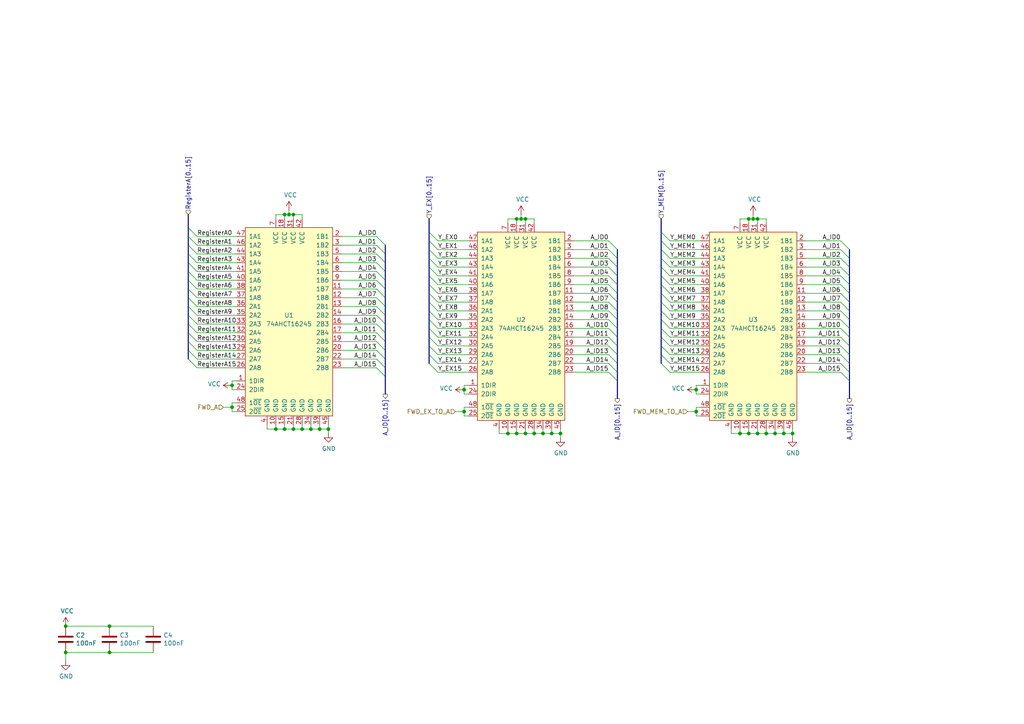
<source format=kicad_sch>
(kicad_sch (version 20250114) (generator "eeschema") (generator_version "9.0")
  (paper "A4")
  (title_block (date "2022-04-13") (rev "A"))
  (lib_symbols
    (symbol "74xx (kicad5):74AHCT16245_ab" (pin_names (offset 1.016))
      (property "Reference" "U" (at 0 1.27 0))
      (property "Value" "74AHCT16245_ab" (at 0 -1.27 0))
      (symbol "74AHCT16245_ab_0_1"
        (rectangle (start -12.7 26.67) (end 12.7 -27.94) (fill (type background)))
      )
      (symbol "74AHCT16245_ab_1_1"
        (pin input line (at -15.24 24.13 0) (length 2.54) (name "1A1") (number "47"))
        (pin input line (at -15.24 21.59 0) (length 2.54) (name "1A2") (number "46"))
        (pin input line (at -15.24 19.05 0) (length 2.54) (name "1A3") (number "44"))
        (pin input line (at -15.24 16.51 0) (length 2.54) (name "1A4") (number "43"))
        (pin input line (at -15.24 13.97 0) (length 2.54) (name "1A5") (number "41"))
        (pin input line (at -15.24 11.43 0) (length 2.54) (name "1A6") (number "40"))
        (pin input line (at -15.24 8.89 0) (length 2.54) (name "1A7") (number "38"))
        (pin input line (at -15.24 6.35 0) (length 2.54) (name "1A8") (number "37"))
        (pin input line (at -15.24 3.81 0) (length 2.54) (name "2A1") (number "36"))
        (pin input line (at -15.24 1.27 0) (length 2.54) (name "2A2") (number "35"))
        (pin input line (at -15.24 -1.27 0) (length 2.54) (name "2A3") (number "33"))
        (pin input line (at -15.24 -3.81 0) (length 2.54) (name "2A4") (number "32"))
        (pin input line (at -15.24 -6.35 0) (length 2.54) (name "2A5") (number "30"))
        (pin input line (at -15.24 -8.89 0) (length 2.54) (name "2A6") (number "29"))
        (pin input line (at -15.24 -11.43 0) (length 2.54) (name "2A7") (number "27"))
        (pin input line (at -15.24 -13.97 0) (length 2.54) (name "2A8") (number "26"))
        (pin input line (at -15.24 -17.78 0) (length 2.54) (name "1DIR") (number "1"))
        (pin input line (at -15.24 -20.32 0) (length 2.54) (name "2DIR") (number "24"))
        (pin input line (at -15.24 -24.13 0) (length 2.54) (name "1~{OE}") (number "48"))
        (pin input line (at -15.24 -26.67 0) (length 2.54) (name "2~{OE}") (number "25"))
        (pin power_in line (at -6.35 -30.48 90) (length 2.54) (name "GND") (number "4"))
        (pin power_in line (at -3.81 29.21 270) (length 2.54) (name "VCC") (number "7"))
        (pin power_in line (at -3.81 -30.48 90) (length 2.54) (name "GND") (number "10"))
        (pin power_in line (at -1.27 29.21 270) (length 2.54) (name "VCC") (number "18"))
        (pin power_in line (at -1.27 -30.48 90) (length 2.54) (name "GND") (number "15"))
        (pin power_in line (at 1.27 29.21 270) (length 2.54) (name "VCC") (number "31"))
        (pin power_in line (at 1.27 -30.48 90) (length 2.54) (name "GND") (number "21"))
        (pin power_in line (at 3.81 29.21 270) (length 2.54) (name "VCC") (number "42"))
        (pin power_in line (at 3.81 -30.48 90) (length 2.54) (name "GND") (number "28"))
        (pin power_in line (at 6.35 -30.48 90) (length 2.54) (name "GND") (number "34"))
        (pin power_in line (at 8.89 -30.48 90) (length 2.54) (name "GND") (number "39"))
        (pin power_in line (at 11.43 -30.48 90) (length 2.54) (name "GND") (number "45"))
        (pin tri_state line (at 15.24 24.13 180) (length 2.54) (name "1B1") (number "2"))
        (pin tri_state line (at 15.24 21.59 180) (length 2.54) (name "1B2") (number "3"))
        (pin tri_state line (at 15.24 19.05 180) (length 2.54) (name "1B3") (number "5"))
        (pin tri_state line (at 15.24 16.51 180) (length 2.54) (name "1B4") (number "6"))
        (pin tri_state line (at 15.24 13.97 180) (length 2.54) (name "1B5") (number "8"))
        (pin tri_state line (at 15.24 11.43 180) (length 2.54) (name "1B6") (number "9"))
        (pin tri_state line (at 15.24 8.89 180) (length 2.54) (name "1B7") (number "11"))
        (pin tri_state line (at 15.24 6.35 180) (length 2.54) (name "1B8") (number "12"))
        (pin tri_state line (at 15.24 3.81 180) (length 2.54) (name "2B1") (number "13"))
        (pin tri_state line (at 15.24 1.27 180) (length 2.54) (name "2B2") (number "14"))
        (pin tri_state line (at 15.24 -1.27 180) (length 2.54) (name "2B3") (number "16"))
        (pin tri_state line (at 15.24 -3.81 180) (length 2.54) (name "2B4") (number "17"))
        (pin tri_state line (at 15.24 -6.35 180) (length 2.54) (name "2B5") (number "19"))
        (pin tri_state line (at 15.24 -8.89 180) (length 2.54) (name "2B6") (number "20"))
        (pin tri_state line (at 15.24 -11.43 180) (length 2.54) (name "2B7") (number "22"))
        (pin tri_state line (at 15.24 -13.97 180) (length 2.54) (name "2B8") (number "23"))
      )
    )
    (symbol "Device:C" (pin_numbers (hide yes)) (pin_names (offset 0.254))
      (property "Reference" "C" (at 0.635 2.54 0))
      (property "Value" "C" (at 0.635 -2.54 0))
      (symbol "C_0_1"
        (polyline (pts (xy -2.032 0.762) (xy 2.032 0.762)) (stroke (width 0.508)))
        (polyline (pts (xy -2.032 -0.762) (xy 2.032 -0.762)) (stroke (width 0.508)))
      )
      (symbol "C_1_1"
        (pin passive line (at 0 3.81 270) (length 2.794) (name "~") (number "1"))
        (pin passive line (at 0 -3.81 90) (length 2.794) (name "~") (number "2"))
      )
    )
    (symbol "power:GND" (power) (pin_names (offset 0))
      (property "Value" "GND" (at 0 -3.81 0))
      (symbol "GND_0_1"
        (polyline (pts (xy 0 0) (xy 0 -1.27) (xy 1.27 -1.27) (xy 0 -2.54) (xy -1.27 -1.27) (xy 0 -1.27)))
      )
      (symbol "GND_1_1"
        (pin power_in line (at 0 0 270) (length 0) (hide yes) (name "GND") (number "1"))
      )
    )
    (symbol "power:VCC" (power) (pin_names (offset 0))
      (property "Value" "VCC" (at 0 3.81 0))
      (symbol "VCC_0_1"
        (polyline (pts (xy -0.762 1.27) (xy 0 2.54)))
        (polyline (pts (xy 0 2.54) (xy 0.762 1.27)))
        (polyline (pts (xy 0 0) (xy 0 2.54)))
      )
      (symbol "VCC_1_1"
        (pin power_in line (at 0 0 90) (length 0) (hide yes) (name "VCC") (number "1"))
      )
    )
  )
  (junction (at 219.71 125.73))
  (junction (at 152.4 63.5))
  (junction (at 134.62 119.38))
  (junction (at 154.94 125.73))
  (junction (at 80.01 124.46))
  (junction (at 217.17 125.73))
  (junction (at 147.32 125.73))
  (junction (at 217.17 63.5))
  (junction (at 134.62 113.03))
  (junction (at 160.02 125.73))
  (junction (at 83.82 62.23))
  (junction (at 151.13 63.5))
  (junction (at 227.33 125.73))
  (junction (at 82.55 62.23))
  (junction (at 67.31 111.76))
  (junction (at 19.05 181.61))
  (junction (at 224.79 125.73))
  (junction (at 152.4 125.73))
  (junction (at 149.86 63.5))
  (junction (at 162.56 125.73))
  (junction (at 214.63 125.73))
  (junction (at 31.75 181.61))
  (junction (at 201.93 113.03))
  (junction (at 85.09 124.46))
  (junction (at 229.87 125.73))
  (junction (at 92.71 124.46))
  (junction (at 222.25 125.73))
  (junction (at 90.17 124.46))
  (junction (at 201.93 119.38))
  (junction (at 95.25 124.46))
  (junction (at 67.31 118.11))
  (junction (at 219.71 63.5))
  (junction (at 19.05 189.23))
  (junction (at 87.63 124.46))
  (junction (at 82.55 124.46))
  (junction (at 218.44 63.5))
  (junction (at 31.75 189.23))
  (junction (at 149.86 125.73))
  (junction (at 85.09 62.23))
  (junction (at 157.48 125.73))
  (bus_entry (at 194.31 95.25) (size -2.54 -2.54))
  (bus_entry (at 176.53 77.47) (size 2.54 2.54))
  (bus_entry (at 243.84 77.47) (size 2.54 2.54))
  (bus_entry (at 54.61 73.66) (size 2.54 2.54))
  (bus_entry (at 243.84 107.95) (size 2.54 2.54))
  (bus_entry (at 54.61 86.36) (size 2.54 2.54))
  (bus_entry (at 176.53 80.01) (size 2.54 2.54))
  (bus_entry (at 109.22 106.68) (size 2.54 2.54))
  (bus_entry (at 243.84 95.25) (size 2.54 2.54))
  (bus_entry (at 109.22 93.98) (size 2.54 2.54))
  (bus_entry (at 127 85.09) (size -2.54 -2.54))
  (bus_entry (at 176.53 85.09) (size 2.54 2.54))
  (bus_entry (at 127 95.25) (size -2.54 -2.54))
  (bus_entry (at 109.22 96.52) (size 2.54 2.54))
  (bus_entry (at 194.31 107.95) (size -2.54 -2.54))
  (bus_entry (at 109.22 68.58) (size 2.54 2.54))
  (bus_entry (at 194.31 69.85) (size -2.54 -2.54))
  (bus_entry (at 243.84 97.79) (size 2.54 2.54))
  (bus_entry (at 194.31 90.17) (size -2.54 -2.54))
  (bus_entry (at 243.84 100.33) (size 2.54 2.54))
  (bus_entry (at 127 102.87) (size -2.54 -2.54))
  (bus_entry (at 127 87.63) (size -2.54 -2.54))
  (bus_entry (at 54.61 93.98) (size 2.54 2.54))
  (bus_entry (at 176.53 69.85) (size 2.54 2.54))
  (bus_entry (at 194.31 74.93) (size -2.54 -2.54))
  (bus_entry (at 243.84 74.93) (size 2.54 2.54))
  (bus_entry (at 176.53 72.39) (size 2.54 2.54))
  (bus_entry (at 109.22 91.44) (size 2.54 2.54))
  (bus_entry (at 127 90.17) (size -2.54 -2.54))
  (bus_entry (at 194.31 72.39) (size -2.54 -2.54))
  (bus_entry (at 176.53 90.17) (size 2.54 2.54))
  (bus_entry (at 127 77.47) (size -2.54 -2.54))
  (bus_entry (at 243.84 105.41) (size 2.54 2.54))
  (bus_entry (at 127 80.01) (size -2.54 -2.54))
  (bus_entry (at 54.61 91.44) (size 2.54 2.54))
  (bus_entry (at 243.84 69.85) (size 2.54 2.54))
  (bus_entry (at 176.53 100.33) (size 2.54 2.54))
  (bus_entry (at 194.31 105.41) (size -2.54 -2.54))
  (bus_entry (at 243.84 82.55) (size 2.54 2.54))
  (bus_entry (at 54.61 68.58) (size 2.54 2.54))
  (bus_entry (at 194.31 102.87) (size -2.54 -2.54))
  (bus_entry (at 109.22 76.2) (size 2.54 2.54))
  (bus_entry (at 127 92.71) (size -2.54 -2.54))
  (bus_entry (at 194.31 100.33) (size -2.54 -2.54))
  (bus_entry (at 54.61 104.14) (size 2.54 2.54))
  (bus_entry (at 243.84 90.17) (size 2.54 2.54))
  (bus_entry (at 54.61 76.2) (size 2.54 2.54))
  (bus_entry (at 127 100.33) (size -2.54 -2.54))
  (bus_entry (at 194.31 85.09) (size -2.54 -2.54))
  (bus_entry (at 54.61 83.82) (size 2.54 2.54))
  (bus_entry (at 176.53 87.63) (size 2.54 2.54))
  (bus_entry (at 127 74.93) (size -2.54 -2.54))
  (bus_entry (at 176.53 92.71) (size 2.54 2.54))
  (bus_entry (at 176.53 82.55) (size 2.54 2.54))
  (bus_entry (at 127 97.79) (size -2.54 -2.54))
  (bus_entry (at 194.31 77.47) (size -2.54 -2.54))
  (bus_entry (at 194.31 82.55) (size -2.54 -2.54))
  (bus_entry (at 109.22 78.74) (size 2.54 2.54))
  (bus_entry (at 127 105.41) (size -2.54 -2.54))
  (bus_entry (at 109.22 83.82) (size 2.54 2.54))
  (bus_entry (at 109.22 81.28) (size 2.54 2.54))
  (bus_entry (at 243.84 92.71) (size 2.54 2.54))
  (bus_entry (at 109.22 99.06) (size 2.54 2.54))
  (bus_entry (at 194.31 87.63) (size -2.54 -2.54))
  (bus_entry (at 127 69.85) (size -2.54 -2.54))
  (bus_entry (at 194.31 97.79) (size -2.54 -2.54))
  (bus_entry (at 127 107.95) (size -2.54 -2.54))
  (bus_entry (at 127 72.39) (size -2.54 -2.54))
  (bus_entry (at 176.53 105.41) (size 2.54 2.54))
  (bus_entry (at 54.61 66.04) (size 2.54 2.54))
  (bus_entry (at 54.61 101.6) (size 2.54 2.54))
  (bus_entry (at 176.53 97.79) (size 2.54 2.54))
  (bus_entry (at 176.53 102.87) (size 2.54 2.54))
  (bus_entry (at 109.22 71.12) (size 2.54 2.54))
  (bus_entry (at 109.22 101.6) (size 2.54 2.54))
  (bus_entry (at 54.61 96.52) (size 2.54 2.54))
  (bus_entry (at 194.31 92.71) (size -2.54 -2.54))
  (bus_entry (at 54.61 88.9) (size 2.54 2.54))
  (bus_entry (at 243.84 80.01) (size 2.54 2.54))
  (bus_entry (at 194.31 80.01) (size -2.54 -2.54))
  (bus_entry (at 109.22 88.9) (size 2.54 2.54))
  (bus_entry (at 176.53 107.95) (size 2.54 2.54))
  (bus_entry (at 243.84 72.39) (size 2.54 2.54))
  (bus_entry (at 243.84 85.09) (size 2.54 2.54))
  (bus_entry (at 54.61 81.28) (size 2.54 2.54))
  (bus_entry (at 243.84 87.63) (size 2.54 2.54))
  (bus_entry (at 243.84 102.87) (size 2.54 2.54))
  (bus_entry (at 176.53 74.93) (size 2.54 2.54))
  (bus_entry (at 54.61 78.74) (size 2.54 2.54))
  (bus_entry (at 127 82.55) (size -2.54 -2.54))
  (bus_entry (at 109.22 86.36) (size 2.54 2.54))
  (bus_entry (at 54.61 99.06) (size 2.54 2.54))
  (bus_entry (at 176.53 95.25) (size 2.54 2.54))
  (bus_entry (at 109.22 73.66) (size 2.54 2.54))
  (bus_entry (at 109.22 104.14) (size 2.54 2.54))
  (bus_entry (at 54.61 71.12) (size 2.54 2.54))
  (wire (pts (xy 77.47 124.46) (xy 80.01 124.46)))
  (wire (pts (xy 67.31 118.11) (xy 64.77 118.11)))
  (wire (pts (xy 87.63 62.23) (xy 87.63 63.5)))
  (wire (pts (xy 80.01 123.19) (xy 80.01 124.46)))
  (wire (pts (xy 224.79 125.73) (xy 227.33 125.73)))
  (wire (pts (xy 176.53 95.25) (xy 166.37 95.25)))
  (bus (pts (xy 124.46 85.09) (xy 124.46 87.63)))
  (wire (pts (xy 218.44 62.23) (xy 218.44 63.5)))
  (bus (pts (xy 246.38 95.25) (xy 246.38 97.79)))
  (bus (pts (xy 179.07 72.39) (xy 179.07 74.93)))
  (wire (pts (xy 243.84 95.25) (xy 233.68 95.25)))
  (wire (pts (xy 212.09 124.46) (xy 212.09 125.73)))
  (wire (pts (xy 194.31 100.33) (xy 203.2 100.33)))
  (wire (pts (xy 57.15 83.82) (xy 68.58 83.82)))
  (bus (pts (xy 191.77 85.09) (xy 191.77 87.63)))
  (wire (pts (xy 57.15 68.58) (xy 68.58 68.58)))
  (wire (pts (xy 109.22 101.6) (xy 99.06 101.6)))
  (wire (pts (xy 57.15 73.66) (xy 68.58 73.66)))
  (bus (pts (xy 54.61 88.9) (xy 54.61 91.44)))
  (bus (pts (xy 191.77 95.25) (xy 191.77 97.79)))
  (wire (pts (xy 109.22 86.36) (xy 99.06 86.36)))
  (wire (pts (xy 127 97.79) (xy 135.89 97.79)))
  (wire (pts (xy 214.63 63.5) (xy 217.17 63.5)))
  (bus (pts (xy 54.61 68.58) (xy 54.61 71.12)))
  (wire (pts (xy 80.01 62.23) (xy 82.55 62.23)))
  (wire (pts (xy 92.71 124.46) (xy 92.71 123.19)))
  (wire (pts (xy 57.15 88.9) (xy 68.58 88.9)))
  (bus (pts (xy 179.07 85.09) (xy 179.07 87.63)))
  (bus (pts (xy 54.61 86.36) (xy 54.61 88.9)))
  (wire (pts (xy 151.13 62.23) (xy 151.13 63.5)))
  (wire (pts (xy 201.93 118.11) (xy 201.93 119.38)))
  (wire (pts (xy 147.32 64.77) (xy 147.32 63.5)))
  (bus (pts (xy 246.38 105.41) (xy 246.38 107.95)))
  (wire (pts (xy 82.55 62.23) (xy 83.82 62.23)))
  (wire (pts (xy 201.93 113.03) (xy 201.93 114.3)))
  (wire (pts (xy 80.01 63.5) (xy 80.01 62.23)))
  (wire (pts (xy 85.09 124.46) (xy 85.09 123.19)))
  (wire (pts (xy 67.31 110.49) (xy 67.31 111.76)))
  (wire (pts (xy 134.62 119.38) (xy 134.62 120.65)))
  (wire (pts (xy 67.31 111.76) (xy 67.31 113.03)))
  (bus (pts (xy 124.46 67.31) (xy 124.46 69.85)))
  (wire (pts (xy 83.82 60.96) (xy 83.82 62.23)))
  (wire (pts (xy 151.13 63.5) (xy 152.4 63.5)))
  (bus (pts (xy 246.38 102.87) (xy 246.38 105.41)))
  (wire (pts (xy 217.17 125.73) (xy 219.71 125.73)))
  (bus (pts (xy 111.76 76.2) (xy 111.76 78.74)))
  (wire (pts (xy 214.63 124.46) (xy 214.63 125.73)))
  (wire (pts (xy 19.05 191.77) (xy 19.05 189.23)))
  (wire (pts (xy 80.01 124.46) (xy 82.55 124.46)))
  (bus (pts (xy 124.46 92.71) (xy 124.46 95.25)))
  (bus (pts (xy 191.77 102.87) (xy 191.77 105.41)))
  (bus (pts (xy 179.07 105.41) (xy 179.07 107.95)))
  (wire (pts (xy 134.62 118.11) (xy 134.62 119.38)))
  (wire (pts (xy 176.53 82.55) (xy 166.37 82.55)))
  (bus (pts (xy 191.77 100.33) (xy 191.77 102.87)))
  (bus (pts (xy 124.46 102.87) (xy 124.46 105.41)))
  (wire (pts (xy 109.22 104.14) (xy 99.06 104.14)))
  (wire (pts (xy 90.17 124.46) (xy 87.63 124.46)))
  (wire (pts (xy 224.79 125.73) (xy 222.25 125.73)))
  (wire (pts (xy 154.94 63.5) (xy 154.94 64.77)))
  (bus (pts (xy 111.76 96.52) (xy 111.76 99.06)))
  (wire (pts (xy 222.25 63.5) (xy 222.25 64.77)))
  (wire (pts (xy 243.84 74.93) (xy 233.68 74.93)))
  (bus (pts (xy 179.07 82.55) (xy 179.07 85.09)))
  (wire (pts (xy 109.22 99.06) (xy 99.06 99.06)))
  (wire (pts (xy 57.15 91.44) (xy 68.58 91.44)))
  (wire (pts (xy 109.22 71.12) (xy 99.06 71.12)))
  (bus (pts (xy 246.38 80.01) (xy 246.38 82.55)))
  (wire (pts (xy 90.17 124.46) (xy 90.17 123.19)))
  (bus (pts (xy 124.46 63.5) (xy 124.46 67.31)))
  (bus (pts (xy 54.61 99.06) (xy 54.61 101.6)))
  (wire (pts (xy 92.71 124.46) (xy 95.25 124.46)))
  (wire (pts (xy 243.84 102.87) (xy 233.68 102.87)))
  (wire (pts (xy 243.84 92.71) (xy 233.68 92.71)))
  (wire (pts (xy 134.62 111.76) (xy 134.62 113.03)))
  (wire (pts (xy 194.31 69.85) (xy 203.2 69.85)))
  (bus (pts (xy 191.77 97.79) (xy 191.77 100.33)))
  (bus (pts (xy 246.38 92.71) (xy 246.38 95.25)))
  (wire (pts (xy 176.53 90.17) (xy 166.37 90.17)))
  (bus (pts (xy 179.07 102.87) (xy 179.07 105.41)))
  (bus (pts (xy 246.38 85.09) (xy 246.38 87.63)))
  (wire (pts (xy 109.22 83.82) (xy 99.06 83.82)))
  (wire (pts (xy 87.63 124.46) (xy 85.09 124.46)))
  (bus (pts (xy 111.76 106.68) (xy 111.76 109.22)))
  (bus (pts (xy 111.76 73.66) (xy 111.76 76.2)))
  (wire (pts (xy 176.53 77.47) (xy 166.37 77.47)))
  (wire (pts (xy 201.93 111.76) (xy 201.93 113.03)))
  (wire (pts (xy 134.62 120.65) (xy 135.89 120.65)))
  (wire (pts (xy 85.09 62.23) (xy 87.63 62.23)))
  (wire (pts (xy 176.53 107.95) (xy 166.37 107.95)))
  (wire (pts (xy 194.31 90.17) (xy 203.2 90.17)))
  (wire (pts (xy 201.93 119.38) (xy 201.93 120.65)))
  (wire (pts (xy 147.32 63.5) (xy 149.86 63.5)))
  (wire (pts (xy 134.62 119.38) (xy 132.08 119.38)))
  (wire (pts (xy 149.86 124.46) (xy 149.86 125.73)))
  (wire (pts (xy 44.45 189.23) (xy 31.75 189.23)))
  (wire (pts (xy 77.47 123.19) (xy 77.47 124.46)))
  (wire (pts (xy 222.25 125.73) (xy 219.71 125.73)))
  (wire (pts (xy 229.87 125.73) (xy 229.87 124.46)))
  (bus (pts (xy 111.76 71.12) (xy 111.76 73.66)))
  (wire (pts (xy 219.71 64.77) (xy 219.71 63.5)))
  (bus (pts (xy 124.46 87.63) (xy 124.46 90.17)))
  (wire (pts (xy 152.4 63.5) (xy 154.94 63.5)))
  (wire (pts (xy 243.84 107.95) (xy 233.68 107.95)))
  (bus (pts (xy 246.38 72.39) (xy 246.38 74.93)))
  (wire (pts (xy 243.84 85.09) (xy 233.68 85.09)))
  (bus (pts (xy 111.76 99.06) (xy 111.76 101.6)))
  (bus (pts (xy 54.61 62.23) (xy 54.61 66.04)))
  (bus (pts (xy 179.07 87.63) (xy 179.07 90.17)))
  (wire (pts (xy 243.84 105.41) (xy 233.68 105.41)))
  (wire (pts (xy 157.48 125.73) (xy 154.94 125.73)))
  (wire (pts (xy 176.53 97.79) (xy 166.37 97.79)))
  (wire (pts (xy 154.94 125.73) (xy 152.4 125.73)))
  (wire (pts (xy 194.31 72.39) (xy 203.2 72.39)))
  (wire (pts (xy 127 72.39) (xy 135.89 72.39)))
  (bus (pts (xy 111.76 91.44) (xy 111.76 93.98)))
  (wire (pts (xy 219.71 63.5) (xy 222.25 63.5)))
  (bus (pts (xy 54.61 91.44) (xy 54.61 93.98)))
  (bus (pts (xy 124.46 82.55) (xy 124.46 85.09)))
  (wire (pts (xy 154.94 125.73) (xy 154.94 124.46)))
  (wire (pts (xy 176.53 105.41) (xy 166.37 105.41)))
  (wire (pts (xy 160.02 125.73) (xy 160.02 124.46)))
  (bus (pts (xy 54.61 71.12) (xy 54.61 73.66)))
  (bus (pts (xy 111.76 81.28) (xy 111.76 83.82)))
  (bus (pts (xy 111.76 88.9) (xy 111.76 91.44)))
  (wire (pts (xy 57.15 96.52) (xy 68.58 96.52)))
  (wire (pts (xy 194.31 80.01) (xy 203.2 80.01)))
  (bus (pts (xy 246.38 82.55) (xy 246.38 85.09)))
  (bus (pts (xy 246.38 110.49) (xy 246.38 115.57)))
  (bus (pts (xy 179.07 77.47) (xy 179.07 80.01)))
  (wire (pts (xy 90.17 124.46) (xy 92.71 124.46)))
  (wire (pts (xy 127 80.01) (xy 135.89 80.01)))
  (wire (pts (xy 67.31 116.84) (xy 67.31 118.11)))
  (bus (pts (xy 246.38 90.17) (xy 246.38 92.71)))
  (wire (pts (xy 219.71 125.73) (xy 219.71 124.46)))
  (wire (pts (xy 147.32 124.46) (xy 147.32 125.73)))
  (bus (pts (xy 246.38 97.79) (xy 246.38 100.33)))
  (wire (pts (xy 127 90.17) (xy 135.89 90.17)))
  (wire (pts (xy 135.89 118.11) (xy 134.62 118.11)))
  (bus (pts (xy 111.76 104.14) (xy 111.76 106.68)))
  (wire (pts (xy 227.33 125.73) (xy 229.87 125.73)))
  (wire (pts (xy 194.31 102.87) (xy 203.2 102.87)))
  (wire (pts (xy 147.32 125.73) (xy 149.86 125.73)))
  (wire (pts (xy 31.75 189.23) (xy 19.05 189.23)))
  (wire (pts (xy 67.31 113.03) (xy 68.58 113.03)))
  (wire (pts (xy 243.84 90.17) (xy 233.68 90.17)))
  (wire (pts (xy 127 92.71) (xy 135.89 92.71)))
  (bus (pts (xy 191.77 77.47) (xy 191.77 80.01)))
  (wire (pts (xy 67.31 119.38) (xy 68.58 119.38)))
  (wire (pts (xy 127 82.55) (xy 135.89 82.55)))
  (wire (pts (xy 149.86 125.73) (xy 152.4 125.73)))
  (wire (pts (xy 95.25 125.73) (xy 95.25 124.46)))
  (wire (pts (xy 109.22 76.2) (xy 99.06 76.2)))
  (bus (pts (xy 179.07 74.93) (xy 179.07 77.47)))
  (wire (pts (xy 176.53 80.01) (xy 166.37 80.01)))
  (bus (pts (xy 191.77 67.31) (xy 191.77 69.85)))
  (wire (pts (xy 243.84 97.79) (xy 233.68 97.79)))
  (wire (pts (xy 217.17 124.46) (xy 217.17 125.73)))
  (wire (pts (xy 109.22 88.9) (xy 99.06 88.9)))
  (wire (pts (xy 82.55 124.46) (xy 85.09 124.46)))
  (wire (pts (xy 176.53 69.85) (xy 166.37 69.85)))
  (bus (pts (xy 124.46 80.01) (xy 124.46 82.55)))
  (wire (pts (xy 157.48 125.73) (xy 160.02 125.73)))
  (wire (pts (xy 144.78 125.73) (xy 147.32 125.73)))
  (bus (pts (xy 179.07 100.33) (xy 179.07 102.87)))
  (wire (pts (xy 160.02 125.73) (xy 162.56 125.73)))
  (wire (pts (xy 194.31 92.71) (xy 203.2 92.71)))
  (wire (pts (xy 127 107.95) (xy 135.89 107.95)))
  (bus (pts (xy 111.76 109.22) (xy 111.76 114.3)))
  (wire (pts (xy 68.58 110.49) (xy 67.31 110.49)))
  (wire (pts (xy 57.15 81.28) (xy 68.58 81.28)))
  (bus (pts (xy 54.61 83.82) (xy 54.61 86.36)))
  (wire (pts (xy 212.09 125.73) (xy 214.63 125.73)))
  (bus (pts (xy 54.61 101.6) (xy 54.61 104.14)))
  (wire (pts (xy 227.33 125.73) (xy 227.33 124.46)))
  (wire (pts (xy 68.58 116.84) (xy 67.31 116.84)))
  (wire (pts (xy 95.25 124.46) (xy 95.25 123.19)))
  (bus (pts (xy 124.46 77.47) (xy 124.46 80.01)))
  (bus (pts (xy 246.38 74.93) (xy 246.38 77.47)))
  (wire (pts (xy 218.44 63.5) (xy 219.71 63.5)))
  (wire (pts (xy 109.22 68.58) (xy 99.06 68.58)))
  (bus (pts (xy 179.07 110.49) (xy 179.07 115.57)))
  (wire (pts (xy 162.56 127) (xy 162.56 125.73)))
  (bus (pts (xy 191.77 82.55) (xy 191.77 85.09)))
  (bus (pts (xy 246.38 77.47) (xy 246.38 80.01)))
  (wire (pts (xy 194.31 107.95) (xy 203.2 107.95)))
  (wire (pts (xy 224.79 125.73) (xy 224.79 124.46)))
  (wire (pts (xy 85.09 63.5) (xy 85.09 62.23)))
  (wire (pts (xy 19.05 181.61) (xy 31.75 181.61)))
  (wire (pts (xy 229.87 127) (xy 229.87 125.73)))
  (wire (pts (xy 134.62 113.03) (xy 134.62 114.3)))
  (wire (pts (xy 57.15 76.2) (xy 68.58 76.2)))
  (wire (pts (xy 127 87.63) (xy 135.89 87.63)))
  (wire (pts (xy 176.53 74.93) (xy 166.37 74.93)))
  (wire (pts (xy 57.15 78.74) (xy 68.58 78.74)))
  (wire (pts (xy 176.53 87.63) (xy 166.37 87.63)))
  (wire (pts (xy 82.55 123.19) (xy 82.55 124.46)))
  (bus (pts (xy 111.76 83.82) (xy 111.76 86.36)))
  (wire (pts (xy 127 95.25) (xy 135.89 95.25)))
  (bus (pts (xy 191.77 90.17) (xy 191.77 92.71)))
  (wire (pts (xy 243.84 100.33) (xy 233.68 100.33)))
  (wire (pts (xy 243.84 82.55) (xy 233.68 82.55)))
  (wire (pts (xy 203.2 111.76) (xy 201.93 111.76)))
  (wire (pts (xy 194.31 85.09) (xy 203.2 85.09)))
  (wire (pts (xy 214.63 125.73) (xy 217.17 125.73)))
  (bus (pts (xy 191.77 63.5) (xy 191.77 67.31)))
  (bus (pts (xy 179.07 107.95) (xy 179.07 110.49)))
  (bus (pts (xy 191.77 72.39) (xy 191.77 74.93)))
  (wire (pts (xy 194.31 87.63) (xy 203.2 87.63)))
  (wire (pts (xy 135.89 111.76) (xy 134.62 111.76)))
  (bus (pts (xy 124.46 97.79) (xy 124.46 100.33)))
  (bus (pts (xy 54.61 93.98) (xy 54.61 96.52)))
  (bus (pts (xy 111.76 101.6) (xy 111.76 104.14)))
  (wire (pts (xy 31.75 181.61) (xy 44.45 181.61)))
  (wire (pts (xy 127 74.93) (xy 135.89 74.93)))
  (wire (pts (xy 109.22 81.28) (xy 99.06 81.28)))
  (bus (pts (xy 124.46 95.25) (xy 124.46 97.79)))
  (wire (pts (xy 67.31 118.11) (xy 67.31 119.38)))
  (bus (pts (xy 179.07 90.17) (xy 179.07 92.71)))
  (bus (pts (xy 124.46 90.17) (xy 124.46 92.71)))
  (wire (pts (xy 134.62 114.3) (xy 135.89 114.3)))
  (wire (pts (xy 214.63 64.77) (xy 214.63 63.5)))
  (wire (pts (xy 201.93 119.38) (xy 199.39 119.38)))
  (wire (pts (xy 176.53 100.33) (xy 166.37 100.33)))
  (bus (pts (xy 111.76 93.98) (xy 111.76 96.52)))
  (bus (pts (xy 191.77 92.71) (xy 191.77 95.25)))
  (wire (pts (xy 109.22 78.74) (xy 99.06 78.74)))
  (bus (pts (xy 124.46 74.93) (xy 124.46 77.47)))
  (wire (pts (xy 82.55 63.5) (xy 82.55 62.23)))
  (wire (pts (xy 109.22 93.98) (xy 99.06 93.98)))
  (wire (pts (xy 109.22 106.68) (xy 99.06 106.68)))
  (bus (pts (xy 54.61 73.66) (xy 54.61 76.2)))
  (wire (pts (xy 127 102.87) (xy 135.89 102.87)))
  (bus (pts (xy 191.77 69.85) (xy 191.77 72.39)))
  (wire (pts (xy 203.2 118.11) (xy 201.93 118.11)))
  (wire (pts (xy 57.15 101.6) (xy 68.58 101.6)))
  (wire (pts (xy 194.31 77.47) (xy 203.2 77.47)))
  (wire (pts (xy 149.86 63.5) (xy 151.13 63.5)))
  (wire (pts (xy 194.31 97.79) (xy 203.2 97.79)))
  (bus (pts (xy 54.61 66.04) (xy 54.61 68.58)))
  (bus (pts (xy 179.07 80.01) (xy 179.07 82.55)))
  (wire (pts (xy 57.15 71.12) (xy 68.58 71.12)))
  (wire (pts (xy 57.15 106.68) (xy 68.58 106.68)))
  (bus (pts (xy 191.77 80.01) (xy 191.77 82.55)))
  (wire (pts (xy 162.56 125.73) (xy 162.56 124.46)))
  (wire (pts (xy 194.31 82.55) (xy 203.2 82.55)))
  (bus (pts (xy 54.61 76.2) (xy 54.61 78.74)))
  (wire (pts (xy 176.53 85.09) (xy 166.37 85.09)))
  (wire (pts (xy 144.78 124.46) (xy 144.78 125.73)))
  (bus (pts (xy 179.07 92.71) (xy 179.07 95.25)))
  (wire (pts (xy 152.4 64.77) (xy 152.4 63.5)))
  (wire (pts (xy 127 77.47) (xy 135.89 77.47)))
  (wire (pts (xy 57.15 86.36) (xy 68.58 86.36)))
  (wire (pts (xy 127 85.09) (xy 135.89 85.09)))
  (wire (pts (xy 176.53 102.87) (xy 166.37 102.87)))
  (bus (pts (xy 54.61 96.52) (xy 54.61 99.06)))
  (bus (pts (xy 246.38 107.95) (xy 246.38 110.49)))
  (wire (pts (xy 243.84 80.01) (xy 233.68 80.01)))
  (wire (pts (xy 176.53 72.39) (xy 166.37 72.39)))
  (wire (pts (xy 157.48 125.73) (xy 157.48 124.46)))
  (wire (pts (xy 83.82 62.23) (xy 85.09 62.23)))
  (wire (pts (xy 127 100.33) (xy 135.89 100.33)))
  (bus (pts (xy 191.77 87.63) (xy 191.77 90.17)))
  (wire (pts (xy 217.17 64.77) (xy 217.17 63.5)))
  (wire (pts (xy 201.93 120.65) (xy 203.2 120.65)))
  (wire (pts (xy 217.17 63.5) (xy 218.44 63.5)))
  (wire (pts (xy 243.84 77.47) (xy 233.68 77.47)))
  (bus (pts (xy 191.77 74.93) (xy 191.77 77.47)))
  (wire (pts (xy 194.31 74.93) (xy 203.2 74.93)))
  (bus (pts (xy 54.61 81.28) (xy 54.61 83.82)))
  (wire (pts (xy 109.22 73.66) (xy 99.06 73.66)))
  (wire (pts (xy 243.84 72.39) (xy 233.68 72.39)))
  (wire (pts (xy 222.25 125.73) (xy 222.25 124.46)))
  (wire (pts (xy 176.53 92.71) (xy 166.37 92.71)))
  (bus (pts (xy 111.76 78.74) (xy 111.76 81.28)))
  (wire (pts (xy 194.31 105.41) (xy 203.2 105.41)))
  (wire (pts (xy 194.31 95.25) (xy 203.2 95.25)))
  (wire (pts (xy 109.22 96.52) (xy 99.06 96.52)))
  (wire (pts (xy 127 105.41) (xy 135.89 105.41)))
  (wire (pts (xy 87.63 124.46) (xy 87.63 123.19)))
  (wire (pts (xy 243.84 69.85) (xy 233.68 69.85)))
  (wire (pts (xy 57.15 104.14) (xy 68.58 104.14)))
  (wire (pts (xy 57.15 99.06) (xy 68.58 99.06)))
  (bus (pts (xy 246.38 100.33) (xy 246.38 102.87)))
  (bus (pts (xy 124.46 100.33) (xy 124.46 102.87)))
  (bus (pts (xy 179.07 97.79) (xy 179.07 100.33)))
  (wire (pts (xy 127 69.85) (xy 135.89 69.85)))
  (wire (pts (xy 149.86 64.77) (xy 149.86 63.5)))
  (bus (pts (xy 54.61 78.74) (xy 54.61 81.28)))
  (wire (pts (xy 201.93 114.3) (xy 203.2 114.3)))
  (bus (pts (xy 246.38 87.63) (xy 246.38 90.17)))
  (wire (pts (xy 57.15 93.98) (xy 68.58 93.98)))
  (bus (pts (xy 111.76 86.36) (xy 111.76 88.9)))
  (wire (pts (xy 109.22 91.44) (xy 99.06 91.44)))
  (wire (pts (xy 243.84 87.63) (xy 233.68 87.63)))
  (wire (pts (xy 152.4 125.73) (xy 152.4 124.46)))
  (bus (pts (xy 124.46 72.39) (xy 124.46 74.93)))
  (bus (pts (xy 179.07 95.25) (xy 179.07 97.79)))
  (bus (pts (xy 124.46 69.85) (xy 124.46 72.39)))
  (label "RegisterA4" (at 57.15 78.74 0))
  (label "RegisterA3" (at 57.15 76.2 0))
  (label "RegisterA5" (at 57.15 81.28 0))
  (label "A_ID10" (at 176.53 95.25 180))
  (label "A_ID0" (at 176.53 69.85 180))
  (label "A_ID8" (at 176.53 90.17 180))
  (label "A_ID13" (at 243.84 102.87 180))
  (label "Y_MEM13" (at 194.31 102.87 0))
  (label "RegisterA8" (at 57.15 88.9 0))
  (label "Y_EX8" (at 127 90.17 0))
  (label "A_ID3" (at 176.53 77.47 180))
  (label "Y_MEM11" (at 194.31 97.79 0))
  (label "A_ID15" (at 109.22 106.68 180))
  (label "A_ID10" (at 243.84 95.25 180))
  (label "Y_MEM1" (at 194.31 72.39 0))
  (label "A_ID15" (at 176.53 107.95 180))
  (label "Y_MEM14" (at 194.31 105.41 0))
  (label "A_ID14" (at 243.84 105.41 180))
  (label "A_ID9" (at 109.22 91.44 180))
  (label "A_ID6" (at 109.22 83.82 180))
  (label "A_ID6" (at 176.53 85.09 180))
  (label "RegisterA0" (at 57.15 68.58 0))
  (label "A_ID9" (at 243.84 92.71 180))
  (label "RegisterA11" (at 57.15 96.52 0))
  (label "Y_EX10" (at 127 95.25 0))
  (label "Y_EX0" (at 127 69.85 0))
  (label "A_ID4" (at 243.84 80.01 180))
  (label "Y_EX4" (at 127 80.01 0))
  (label "Y_MEM4" (at 194.31 80.01 0))
  (label "Y_EX12" (at 127 100.33 0))
  (label "Y_EX5" (at 127 82.55 0))
  (label "A_ID1" (at 243.84 72.39 180))
  (label "A_ID3" (at 109.22 76.2 180))
  (label "A_ID12" (at 109.22 99.06 180))
  (label "A_ID2" (at 243.84 74.93 180))
  (label "A_ID13" (at 176.53 102.87 180))
  (label "A_ID1" (at 176.53 72.39 180))
  (label "Y_MEM8" (at 194.31 90.17 0))
  (label "Y_EX15" (at 127 107.95 0))
  (label "Y_EX11" (at 127 97.79 0))
  (label "A_ID7" (at 109.22 86.36 180))
  (label "A_ID2" (at 109.22 73.66 180))
  (label "Y_EX7" (at 127 87.63 0))
  (label "A_ID7" (at 243.84 87.63 180))
  (label "RegisterA7" (at 57.15 86.36 0))
  (label "Y_MEM7" (at 194.31 87.63 0))
  (label "Y_MEM9" (at 194.31 92.71 0))
  (label "Y_MEM15" (at 194.31 107.95 0))
  (label "A_ID1" (at 109.22 71.12 180))
  (label "RegisterA15" (at 57.15 106.68 0))
  (label "A_ID5" (at 243.84 82.55 180))
  (label "RegisterA6" (at 57.15 83.82 0))
  (label "A_ID6" (at 243.84 85.09 180))
  (label "RegisterA9" (at 57.15 91.44 0))
  (label "Y_EX1" (at 127 72.39 0))
  (label "Y_MEM2" (at 194.31 74.93 0))
  (label "A_ID13" (at 109.22 101.6 180))
  (label "A_ID11" (at 243.84 97.79 180))
  (label "Y_EX14" (at 127 105.41 0))
  (label "Y_EX9" (at 127 92.71 0))
  (label "A_ID5" (at 109.22 81.28 180))
  (label "Y_MEM0" (at 194.31 69.85 0))
  (label "A_ID0" (at 109.22 68.58 180))
  (label "Y_MEM6" (at 194.31 85.09 0))
  (label "A_ID0" (at 243.84 69.85 180))
  (label "Y_MEM12" (at 194.31 100.33 0))
  (label "RegisterA10" (at 57.15 93.98 0))
  (label "A_ID10" (at 109.22 93.98 180))
  (label "RegisterA2" (at 57.15 73.66 0))
  (label "A_ID4" (at 109.22 78.74 180))
  (label "RegisterA12" (at 57.15 99.06 0))
  (label "A_ID11" (at 176.53 97.79 180))
  (label "A_ID9" (at 176.53 92.71 180))
  (label "A_ID15" (at 243.84 107.95 180))
  (label "Y_MEM3" (at 194.31 77.47 0))
  (label "Y_EX13" (at 127 102.87 0))
  (label "Y_MEM5" (at 194.31 82.55 0))
  (label "Y_EX3" (at 127 77.47 0))
  (label "A_ID4" (at 176.53 80.01 180))
  (label "RegisterA1" (at 57.15 71.12 0))
  (label "Y_MEM10" (at 194.31 95.25 0))
  (label "A_ID11" (at 109.22 96.52 180))
  (label "A_ID12" (at 176.53 100.33 180))
  (label "RegisterA14" (at 57.15 104.14 0))
  (label "A_ID8" (at 243.84 90.17 180))
  (label "A_ID12" (at 243.84 100.33 180))
  (label "A_ID8" (at 109.22 88.9 180))
  (label "A_ID3" (at 243.84 77.47 180))
  (label "A_ID7" (at 176.53 87.63 180))
  (label "A_ID14" (at 109.22 104.14 180))
  (label "A_ID5" (at 176.53 82.55 180))
  (label "Y_EX6" (at 127 85.09 0))
  (label "Y_EX2" (at 127 74.93 0))
  (label "A_ID2" (at 176.53 74.93 180))
  (label "A_ID14" (at 176.53 105.41 180))
  (label "RegisterA13" (at 57.15 101.6 0))
  (hierarchical_label "RegisterA[0..15]" (shape input) (at 54.61 62.23 90))
  (hierarchical_label "Y_EX[0..15]" (shape input) (at 124.46 63.5 90))
  (hierarchical_label "FWD_EX_TO_A" (shape input) (at 132.08 119.38 180))
  (hierarchical_label "FWD_MEM_TO_A" (shape input) (at 199.39 119.38 180))
  (hierarchical_label "A_ID[0..15]" (shape output) (at 246.38 115.57 270))
  (hierarchical_label "A_ID[0..15]" (shape output) (at 111.76 114.3 270))
  (hierarchical_label "Y_MEM[0..15]" (shape input) (at 191.77 63.5 90))
  (hierarchical_label "FWD_A" (shape input) (at 64.77 118.11 180))
  (hierarchical_label "A_ID[0..15]" (shape output) (at 179.07 115.57 270))
  (symbol (lib_id "Device:C") (at 19.05 185.42 0) (unit 1)
    (property "Reference" "C2" (at 21.971 184.2516 0) (effects (justify left)))
    (property "Value" "100nF" (at 21.971 186.563 0) (effects (justify left)))
    (property "Footprint" "Capacitor_SMD:C_0603_1608Metric_Pad1.08x0.95mm_HandSolder" (effects (hide yes)))
    (property "Mouser" "https://www.mouser.com/ProductDetail/963-EMK107B7104KAHT" (effects (hide yes)))
  )
  (symbol (lib_id "power:VCC") (at 67.31 111.76 90) (unit 1)
    (property "Reference" "#PWR09" (effects (hide yes)))
    (property "Value" "VCC" (at 64.0842 111.379 90) (effects (justify left)))
  )
  (symbol (lib_id "power:GND") (at 229.87 127 0) (unit 1)
    (property "Reference" "#PWR017" (effects (hide yes)))
    (property "Value" "GND" (at 229.997 131.3942 0))
  )
  (symbol (lib_id "power:VCC") (at 218.44 62.23 0) (unit 1)
    (property "Reference" "#PWR016" (effects (hide yes)))
    (property "Value" "VCC" (at 218.8718 57.8358 0))
  )
  (symbol (lib_id "Device:C") (at 31.75 185.42 0) (unit 1)
    (property "Reference" "C3" (at 34.671 184.2516 0) (effects (justify left)))
    (property "Value" "100nF" (at 34.671 186.563 0) (effects (justify left)))
    (property "Footprint" "Capacitor_SMD:C_0603_1608Metric_Pad1.08x0.95mm_HandSolder" (effects (hide yes)))
    (property "Mouser" "https://www.mouser.com/ProductDetail/963-EMK107B7104KAHT" (effects (hide yes)))
  )
  (symbol (lib_id "power:VCC") (at 19.05 181.61 0) (unit 1)
    (property "Reference" "#PWR07" (effects (hide yes)))
    (property "Value" "VCC" (at 19.4818 177.2158 0))
  )
  (symbol (lib_id "power:GND") (at 19.05 191.77 0) (unit 1)
    (property "Reference" "#PWR08" (effects (hide yes)))
    (property "Value" "GND" (at 19.177 196.1642 0))
  )
  (symbol (lib_id "Device:C") (at 44.45 185.42 0) (unit 1)
    (property "Reference" "C4" (at 47.371 184.2516 0) (effects (justify left)))
    (property "Value" "100nF" (at 47.371 186.563 0) (effects (justify left)))
    (property "Footprint" "Capacitor_SMD:C_0603_1608Metric_Pad1.08x0.95mm_HandSolder" (effects (hide yes)))
    (property "Mouser" "https://www.mouser.com/ProductDetail/963-EMK107B7104KAHT" (effects (hide yes)))
  )
  (symbol (lib_id "power:VCC") (at 83.82 60.96 0) (unit 1)
    (property "Reference" "#PWR010" (effects (hide yes)))
    (property "Value" "VCC" (at 84.2518 56.5658 0))
  )
  (symbol (lib_id "power:GND") (at 95.25 125.73 0) (unit 1)
    (property "Reference" "#PWR011" (effects (hide yes)))
    (property "Value" "GND" (at 95.377 130.1242 0))
  )
  (symbol (lib_id "74xx (kicad5):74AHCT16245_ab") (at 83.82 92.71 0) (unit 1)
    (property "Reference" "U1" (at 83.82 91.44 0))
    (property "Value" "74AHCT16245" (at 83.82 93.98 0))
    (property "Footprint" "Package_SO:TSSOP-48_6.1x12.5mm_P0.5mm" (effects (hide yes)))
    (property "Datasheet" "https://www.ti.com/lit/ds/symlink/sn74ahct16245.pdf?HQS=dis-mous-null-mousermode-dsf-pf-null-wwe&ts=1617319205092" (effects (hide yes)))
    (property "Mouser" "https://www.mouser.com/ProductDetail/Texas-Instruments/74AHCT16245DLRG4?qs=%2Fha2pyFaduixTLlQ%252B3rIFW8KDPMe6E5CxoQ2Fc519Y9S5BWJ%252B%2FVWeIYQshP1VtN3&utm_source=octopart&utm_medium=aggregator&utm_campaign=595-74AHCT16245DLRG4&utm_content=Texas%20Instruments" (effects (hide yes)))
  )
  (symbol (lib_id "74xx (kicad5):74AHCT16245_ab") (at 151.13 93.98 0) (unit 1)
    (property "Reference" "U2" (at 151.13 92.71 0))
    (property "Value" "74AHCT16245" (at 151.13 95.25 0))
    (property "Footprint" "Package_SO:TSSOP-48_6.1x12.5mm_P0.5mm" (effects (hide yes)))
    (property "Datasheet" "https://www.ti.com/lit/ds/symlink/sn74ahct16245.pdf?HQS=dis-mous-null-mousermode-dsf-pf-null-wwe&ts=1617319205092" (effects (hide yes)))
    (property "Mouser" "https://www.mouser.com/ProductDetail/Texas-Instruments/74AHCT16245DLRG4?qs=%2Fha2pyFaduixTLlQ%252B3rIFW8KDPMe6E5CxoQ2Fc519Y9S5BWJ%252B%2FVWeIYQshP1VtN3&utm_source=octopart&utm_medium=aggregator&utm_campaign=595-74AHCT16245DLRG4&utm_content=Texas%20Instruments" (effects (hide yes)))
  )
  (symbol (lib_id "power:VCC") (at 134.62 113.03 90) (unit 1)
    (property "Reference" "#PWR012" (effects (hide yes)))
    (property "Value" "VCC" (at 131.3942 112.649 90) (effects (justify left)))
  )
  (symbol (lib_id "power:GND") (at 162.56 127 0) (unit 1)
    (property "Reference" "#PWR014" (effects (hide yes)))
    (property "Value" "GND" (at 162.687 131.3942 0))
  )
  (symbol (lib_id "power:VCC") (at 151.13 62.23 0) (unit 1)
    (property "Reference" "#PWR013" (effects (hide yes)))
    (property "Value" "VCC" (at 151.5618 57.8358 0))
  )
  (symbol (lib_id "74xx (kicad5):74AHCT16245_ab") (at 218.44 93.98 0) (unit 1)
    (property "Reference" "U3" (at 218.44 92.71 0))
    (property "Value" "74AHCT16245" (at 218.44 95.25 0))
    (property "Footprint" "Package_SO:TSSOP-48_6.1x12.5mm_P0.5mm" (effects (hide yes)))
    (property "Datasheet" "https://www.ti.com/lit/ds/symlink/sn74ahct16245.pdf?HQS=dis-mous-null-mousermode-dsf-pf-null-wwe&ts=1617319205092" (effects (hide yes)))
    (property "Mouser" "https://www.mouser.com/ProductDetail/Texas-Instruments/74AHCT16245DLRG4?qs=%2Fha2pyFaduixTLlQ%252B3rIFW8KDPMe6E5CxoQ2Fc519Y9S5BWJ%252B%2FVWeIYQshP1VtN3&utm_source=octopart&utm_medium=aggregator&utm_campaign=595-74AHCT16245DLRG4&utm_content=Texas%20Instruments" (effects (hide yes)))
  )
  (symbol (lib_id "power:VCC") (at 201.93 113.03 90) (unit 1)
    (property "Reference" "#PWR015" (effects (hide yes)))
    (property "Value" "VCC" (at 198.7042 112.649 90) (effects (justify left)))
  )
)
</source>
